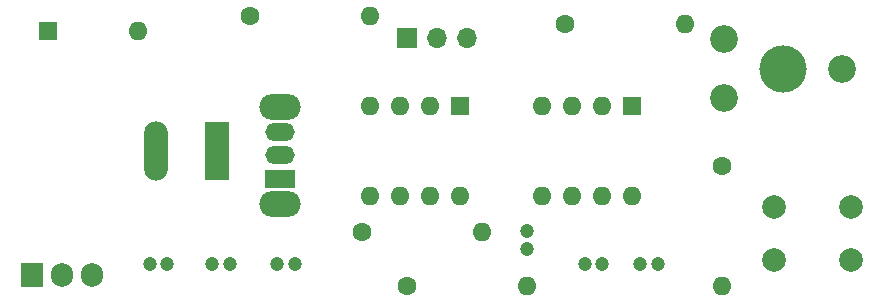
<source format=gbr>
%TF.GenerationSoftware,KiCad,Pcbnew,7.0.9*%
%TF.CreationDate,2024-01-28T22:41:43+11:00*%
%TF.ProjectId,power-module,706f7765-722d-46d6-9f64-756c652e6b69,rev?*%
%TF.SameCoordinates,Original*%
%TF.FileFunction,Soldermask,Bot*%
%TF.FilePolarity,Negative*%
%FSLAX46Y46*%
G04 Gerber Fmt 4.6, Leading zero omitted, Abs format (unit mm)*
G04 Created by KiCad (PCBNEW 7.0.9) date 2024-01-28 22:41:43*
%MOMM*%
%LPD*%
G01*
G04 APERTURE LIST*
%ADD10C,1.200000*%
%ADD11C,1.600000*%
%ADD12O,1.600000X1.600000*%
%ADD13C,4.000000*%
%ADD14C,2.340000*%
%ADD15R,2.020000X5.020000*%
%ADD16O,2.020000X5.020000*%
%ADD17O,3.500000X2.200000*%
%ADD18R,2.500000X1.500000*%
%ADD19O,2.500000X1.500000*%
%ADD20R,1.600000X1.600000*%
%ADD21C,2.000000*%
%ADD22R,1.700000X1.700000*%
%ADD23O,1.700000X1.700000*%
%ADD24R,1.905000X2.000000*%
%ADD25O,1.905000X2.000000*%
G04 APERTURE END LIST*
D10*
%TO.C,C4*%
X156210000Y-65405000D03*
X156210000Y-63905000D03*
%TD*%
%TO.C,C5*%
X165735000Y-66675000D03*
X167235000Y-66675000D03*
%TD*%
D11*
%TO.C,R1*%
X142240000Y-64008000D03*
D12*
X152400000Y-64008000D03*
%TD*%
D13*
%TO.C,RV1*%
X177880000Y-50165000D03*
D14*
X172880000Y-52665000D03*
X182880000Y-50165000D03*
X172880000Y-47665000D03*
%TD*%
D15*
%TO.C,J1*%
X129915000Y-57150000D03*
D16*
X124735000Y-57150000D03*
%TD*%
D17*
%TO.C,SW3*%
X135255000Y-61595000D03*
X135255000Y-53395000D03*
D18*
X135255000Y-59495000D03*
D19*
X135255000Y-57495000D03*
X135255000Y-55495000D03*
%TD*%
D11*
%TO.C,R3*%
X159385000Y-46355000D03*
D12*
X169545000Y-46355000D03*
%TD*%
D10*
%TO.C,C6*%
X161060000Y-66675000D03*
X162560000Y-66675000D03*
%TD*%
D20*
%TO.C,U3*%
X165090000Y-53350000D03*
D12*
X162550000Y-53350000D03*
X160010000Y-53350000D03*
X157470000Y-53350000D03*
X157470000Y-60970000D03*
X160010000Y-60970000D03*
X162550000Y-60970000D03*
X165090000Y-60970000D03*
%TD*%
D10*
%TO.C,C3*%
X135025000Y-66675000D03*
X136525000Y-66675000D03*
%TD*%
D20*
%TO.C,U2*%
X150485000Y-53350000D03*
D12*
X147945000Y-53350000D03*
X145405000Y-53350000D03*
X142865000Y-53350000D03*
X142865000Y-60970000D03*
X145405000Y-60970000D03*
X147945000Y-60970000D03*
X150485000Y-60970000D03*
%TD*%
D11*
%TO.C,R5*%
X132715000Y-45720000D03*
D12*
X142875000Y-45720000D03*
%TD*%
D10*
%TO.C,C1*%
X124230000Y-66675000D03*
X125730000Y-66675000D03*
%TD*%
D21*
%TO.C,SW1*%
X183590000Y-66385000D03*
X177090000Y-66385000D03*
X183590000Y-61885000D03*
X177090000Y-61885000D03*
%TD*%
D22*
%TO.C,J3*%
X146065000Y-47555000D03*
D23*
X148605000Y-47555000D03*
X151145000Y-47555000D03*
%TD*%
D11*
%TO.C,R2*%
X146050000Y-68580000D03*
D12*
X156210000Y-68580000D03*
%TD*%
D11*
%TO.C,R4*%
X172720000Y-58420000D03*
D12*
X172720000Y-68580000D03*
%TD*%
D10*
%TO.C,C2*%
X129540000Y-66675000D03*
X131040000Y-66675000D03*
%TD*%
D24*
%TO.C,U1*%
X114300000Y-67620000D03*
D25*
X116840000Y-67620000D03*
X119380000Y-67620000D03*
%TD*%
D20*
%TO.C,SW2*%
X115612500Y-46990000D03*
D12*
X123232500Y-46990000D03*
%TD*%
M02*

</source>
